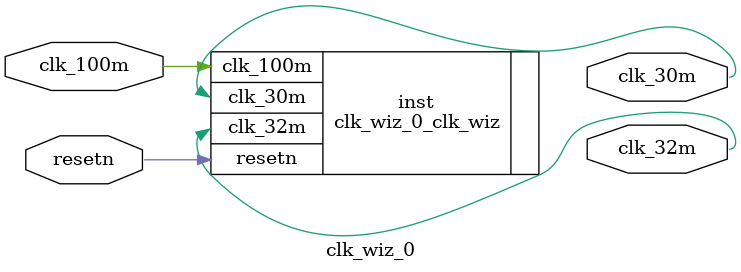
<source format=v>


`timescale 1ps/1ps

(* CORE_GENERATION_INFO = "clk_wiz_0,clk_wiz_v6_0_11_0_0,{component_name=clk_wiz_0,use_phase_alignment=true,use_min_o_jitter=false,use_max_i_jitter=false,use_dyn_phase_shift=false,use_inclk_switchover=false,use_dyn_reconfig=false,enable_axi=0,feedback_source=FDBK_AUTO,PRIMITIVE=MMCM,num_out_clk=2,clkin1_period=10.000,clkin2_period=10.000,use_power_down=false,use_reset=true,use_locked=false,use_inclk_stopped=false,feedback_type=SINGLE,CLOCK_MGR_TYPE=NA,manual_override=false}" *)

module clk_wiz_0 
 (
  // Clock out ports
  output        clk_32m,
  output        clk_30m,
  // Status and control signals
  input         resetn,
 // Clock in ports
  input         clk_100m
 );

  clk_wiz_0_clk_wiz inst
  (
  // Clock out ports  
  .clk_32m(clk_32m),
  .clk_30m(clk_30m),
  // Status and control signals               
  .resetn(resetn), 
 // Clock in ports
  .clk_100m(clk_100m)
  );

endmodule

</source>
